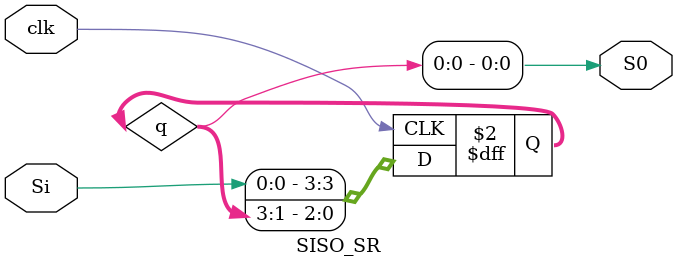
<source format=v>
`timescale 1ns / 1ps


module SISO_SR(clk,Si,S0);
input Si;
input clk;
output S0;
reg [3:0]q;

always@(posedge clk)
begin 

    q[3] <= Si;
    q[2] <= q[3];
    q[1]<= q[2];
    q[0]<= q[1];
    
end
  assign S0 = q[0];
endmodule

</source>
